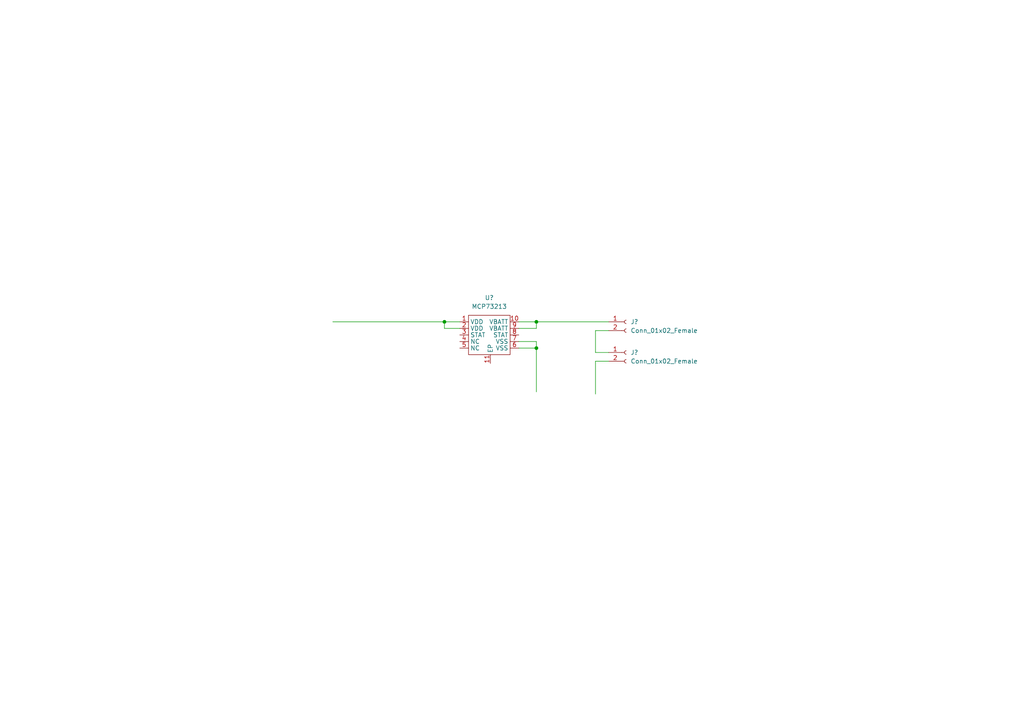
<source format=kicad_sch>
(kicad_sch (version 20211123) (generator eeschema)
  (paper "A4")
  (lib_symbols
    (symbol "Connector:Conn_01x02_Female" (pin_names (offset 1.016) hide)
      (property "Reference" "J" (at 0 2.54 0))
      (property "Value" "Conn_01x02_Female" (at 0 -5.08 0))
      (symbol "Conn_01x02_Female_1_1"
        (arc (start 0 -2.032) (mid -0.508 -2.54) (end 0 -3.048) (stroke (width 0.1524)))
        (polyline (pts (xy -1.27 -2.54) (xy -0.508 -2.54)) (stroke (width 0.1524)))
        (polyline (pts (xy -1.27 0) (xy -0.508 0)) (stroke (width 0.1524)))
        (arc (start 0 0.508) (mid -0.508 0) (end 0 -0.508) (stroke (width 0.1524)))
        (pin passive line (at -5.08 0 0) (length 3.81) (name "Pin_1") (number "1"))
        (pin passive line (at -5.08 -2.54 0) (length 3.81) (name "Pin_2") (number "2"))
      )
    )
    (symbol "mcp73212:MCP73213"
      (property "Reference" "U" (at 10.795 -10.795 0))
      (property "Value" "MCP73213" (at 8.255 3.81 0))
      (symbol "MCP73213_0_1"
        (rectangle (start 2.54 1.905) (end 14.605 -9.525) (stroke (width 0.1524)))
      )
      (symbol "MCP73213_1_1"
        (pin input line (at 0 0 0) (length 2.54) (name "VDD") (number "1"))
        (pin input line (at 17.145 0 180) (length 2.54) (name "VBATT") (number "10"))
        (pin input line (at 8.89 -12.065 90) (length 2.54) (name "EP") (number "11"))
        (pin input line (at 0 -1.905 0) (length 2.54) (name "VDD") (number "2"))
        (pin input line (at 0 -3.81 0) (length 2.54) (name "STAT") (number "3"))
        (pin input line (at 0 -5.715 0) (length 2.54) (name "NC") (number "4"))
        (pin input line (at 0 -7.62 0) (length 2.54) (name "NC") (number "5"))
        (pin input line (at 17.145 -7.62 180) (length 2.54) (name "VSS") (number "6"))
        (pin input line (at 17.145 -5.715 180) (length 2.54) (name "VSS") (number "7"))
        (pin input line (at 17.145 -3.81 180) (length 2.54) (name "STAT") (number "8"))
        (pin input line (at 17.145 -1.905 180) (length 2.54) (name "VBATT") (number "9"))
      )
    )
  )
  (junction (at 128.905 93.345))
  (junction (at 155.575 93.345))
  (junction (at 155.575 100.965))
  (wire (pts (xy 150.495 95.25) (xy 155.575 95.25)))
  (wire (pts (xy 176.53 104.775) (xy 172.72 104.775)))
  (wire (pts (xy 128.905 95.25) (xy 128.905 93.345)))
  (wire (pts (xy 155.575 93.345) (xy 176.53 93.345)))
  (wire (pts (xy 96.52 93.345) (xy 128.905 93.345)))
  (wire (pts (xy 133.35 95.25) (xy 128.905 95.25)))
  (wire (pts (xy 155.575 95.25) (xy 155.575 93.345)))
  (wire (pts (xy 155.575 100.965) (xy 155.575 113.665)))
  (wire (pts (xy 155.575 100.965) (xy 150.495 100.965)))
  (wire (pts (xy 150.495 99.06) (xy 155.575 99.06)))
  (wire (pts (xy 172.72 95.885) (xy 176.53 95.885)))
  (wire (pts (xy 172.72 104.775) (xy 172.72 114.3)))
  (wire (pts (xy 128.905 93.345) (xy 133.35 93.345)))
  (wire (pts (xy 172.72 102.235) (xy 172.72 95.885)))
  (wire (pts (xy 155.575 99.06) (xy 155.575 100.965)))
  (wire (pts (xy 150.495 93.345) (xy 155.575 93.345)))
  (wire (pts (xy 176.53 102.235) (xy 172.72 102.235)))
  (symbol (lib_id "mcp73212:MCP73213") (at 133.35 93.345 0) (unit 1)
    (property "Reference" "U?" (at 141.9225 86.36 0))
    (property "Value" "MCP73213" (at 141.9225 88.9 0))
  )
  (symbol (lib_id "Connector:Conn_01x02_Female") (at 181.61 102.235 0) (unit 1)
    (property "Reference" "J?" (at 182.88 102.2349 0) (effects (justify left)))
    (property "Value" "Conn_01x02_Female" (at 182.88 104.7749 0) (effects (justify left)))
  )
  (symbol (lib_id "Connector:Conn_01x02_Female") (at 181.61 93.345 0) (unit 1)
    (property "Reference" "J?" (at 182.88 93.3449 0) (effects (justify left)))
    (property "Value" "Conn_01x02_Female" (at 182.88 95.8849 0) (effects (justify left)))
  )
)
</source>
